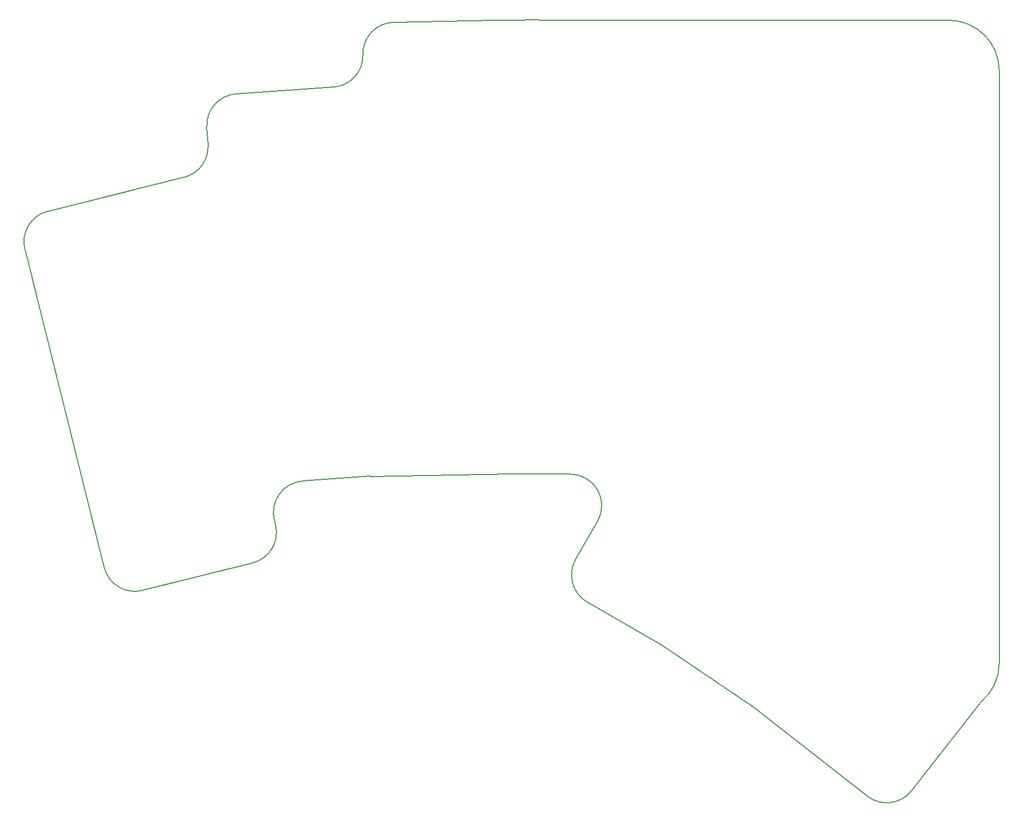
<source format=gbr>
%TF.GenerationSoftware,KiCad,Pcbnew,(6.0.5)*%
%TF.CreationDate,2022-05-07T22:58:46-04:00*%
%TF.ProjectId,main,6d61696e-2e6b-4696-9361-645f70636258,VERSION_HERE*%
%TF.SameCoordinates,Original*%
%TF.FileFunction,Profile,NP*%
%FSLAX46Y46*%
G04 Gerber Fmt 4.6, Leading zero omitted, Abs format (unit mm)*
G04 Created by KiCad (PCBNEW (6.0.5)) date 2022-05-07 22:58:46*
%MOMM*%
%LPD*%
G01*
G04 APERTURE LIST*
%TA.AperFunction,Profile*%
%ADD10C,0.150000*%
%TD*%
G04 APERTURE END LIST*
D10*
X188521022Y-168438061D02*
X210893811Y-168047543D01*
X162800143Y-115750622D02*
X162612716Y-113070299D01*
X187353977Y-101578121D02*
X187351885Y-101458264D01*
X167251754Y-107733696D02*
X182703521Y-106653203D01*
X221115603Y-181534192D02*
G75*
G03*
X222945738Y-188364323I4330097J-2500008D01*
G01*
X177819065Y-169146155D02*
X188520320Y-168397851D01*
X152394212Y-186501404D02*
X169859535Y-182146810D01*
X234531070Y-195067181D02*
X249211611Y-204969330D01*
X208275000Y-96092288D02*
X208275000Y-96046781D01*
X210981073Y-168046781D02*
G75*
G03*
X210893811Y-168047543I127J-5009819D01*
G01*
X137395054Y-126343069D02*
X159021932Y-120950883D01*
X210981073Y-168046781D02*
X220242320Y-168046781D01*
X133753185Y-132404157D02*
X146333124Y-182859535D01*
X222945738Y-188364323D02*
X234235106Y-194882242D01*
X192263862Y-96371785D02*
G75*
G03*
X187351886Y-101458264I87238J-4999215D01*
G01*
X177819070Y-169146228D02*
G75*
G03*
X173316369Y-175343585I348730J-4987772D01*
G01*
X167251755Y-107733711D02*
G75*
G03*
X162612715Y-113070299I348745J-4987789D01*
G01*
X267359799Y-219132809D02*
G75*
G03*
X274378168Y-218271052I3078301J3940109D01*
G01*
X249493951Y-205174468D02*
G75*
G03*
X249211610Y-204969331I-3078351J-3940032D01*
G01*
X224572457Y-175546787D02*
G75*
G03*
X220242320Y-168046781I-4330157J2499987D01*
G01*
X146333102Y-182859540D02*
G75*
G03*
X152394212Y-186501405I4851498J1209640D01*
G01*
X210882088Y-96046781D02*
X215260359Y-95970358D01*
X215260359Y-95970358D02*
X215261693Y-96046781D01*
X182703525Y-106653256D02*
G75*
G03*
X187353977Y-101578121I-348825J4987856D01*
G01*
X188521022Y-168438061D02*
X188520320Y-168397851D01*
X285342975Y-204236762D02*
G75*
G03*
X288275000Y-198046782I-5067975J6189962D01*
G01*
X249493953Y-205174465D02*
X267359807Y-219132799D01*
X288275000Y-198046781D02*
X288275000Y-104046781D01*
X288275019Y-104046781D02*
G75*
G03*
X280275000Y-96046781I-8000019J-19D01*
G01*
X192263862Y-96371764D02*
X208275000Y-96092288D01*
X159021935Y-120950895D02*
G75*
G03*
X162800143Y-115750621I-1209635J4851495D01*
G01*
X274378168Y-218271052D02*
X285342966Y-204236751D01*
X137395055Y-126343074D02*
G75*
G03*
X133753185Y-132404158I1209605J-4851476D01*
G01*
X173316369Y-175343585D02*
X173501404Y-176085722D01*
X215261693Y-96046781D02*
X280275000Y-96046781D01*
X221115611Y-181534196D02*
X224572447Y-175546781D01*
X234531070Y-195067181D02*
G75*
G03*
X234235106Y-194882242I-2795670J-4144719D01*
G01*
X208275000Y-96046781D02*
X210882088Y-96046781D01*
X169859530Y-182146792D02*
G75*
G03*
X173501405Y-176085722I-1209630J4851492D01*
G01*
M02*

</source>
